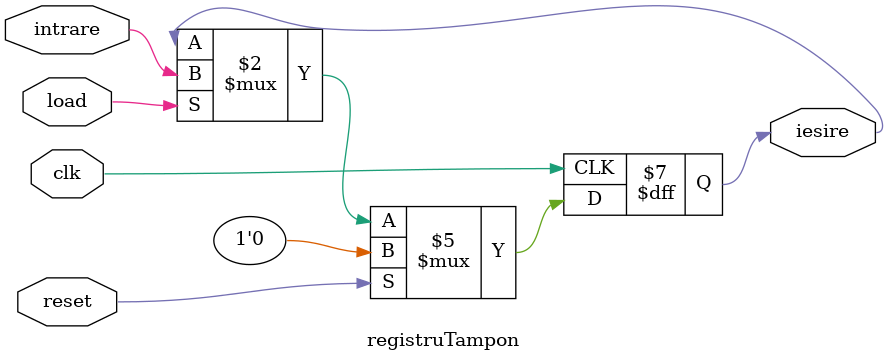
<source format=v>
`timescale 1ns / 1ps

module registruTampon(
    intrare, clk, reset, load, iesire
    );
    
    input intrare, clk, reset, load;
    output reg iesire; 
    
    always @(posedge clk)
    begin
        if (reset)
            iesire <= 0;
        else if (load)
            iesire <= intrare;
    end
    
endmodule

</source>
